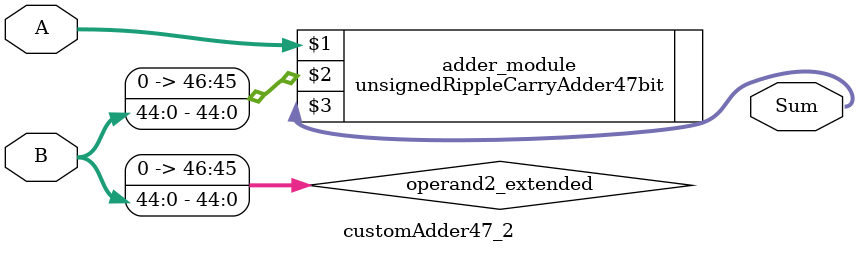
<source format=v>
module customAdder47_2(
                        input [46 : 0] A,
                        input [44 : 0] B,
                        
                        output [47 : 0] Sum
                );

        wire [46 : 0] operand2_extended;
        
        assign operand2_extended =  {2'b0, B};
        
        unsignedRippleCarryAdder47bit adder_module(
            A,
            operand2_extended,
            Sum
        );
        
        endmodule
        
</source>
